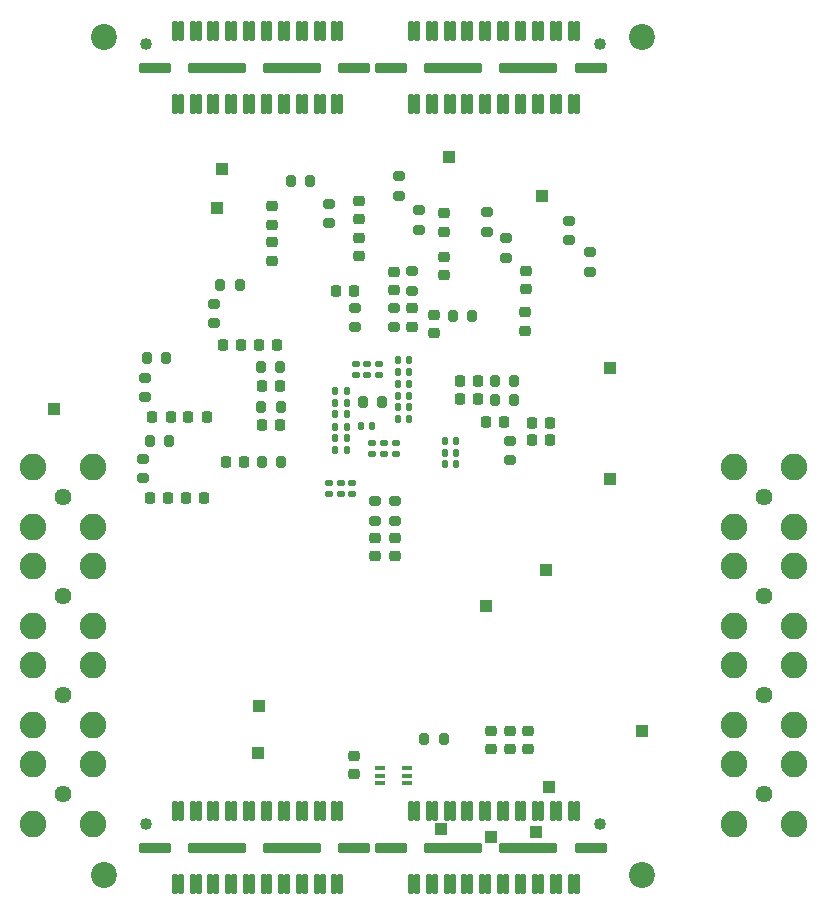
<source format=gbs>
%TF.GenerationSoftware,KiCad,Pcbnew,8.0.5*%
%TF.CreationDate,2025-03-25T15:29:15-05:00*%
%TF.ProjectId,PSEC5_Board,50534543-355f-4426-9f61-72642e6b6963,rev?*%
%TF.SameCoordinates,Original*%
%TF.FileFunction,Soldermask,Bot*%
%TF.FilePolarity,Negative*%
%FSLAX46Y46*%
G04 Gerber Fmt 4.6, Leading zero omitted, Abs format (unit mm)*
G04 Created by KiCad (PCBNEW 8.0.5) date 2025-03-25 15:29:15*
%MOMM*%
%LPD*%
G01*
G04 APERTURE LIST*
G04 Aperture macros list*
%AMRoundRect*
0 Rectangle with rounded corners*
0 $1 Rounding radius*
0 $2 $3 $4 $5 $6 $7 $8 $9 X,Y pos of 4 corners*
0 Add a 4 corners polygon primitive as box body*
4,1,4,$2,$3,$4,$5,$6,$7,$8,$9,$2,$3,0*
0 Add four circle primitives for the rounded corners*
1,1,$1+$1,$2,$3*
1,1,$1+$1,$4,$5*
1,1,$1+$1,$6,$7*
1,1,$1+$1,$8,$9*
0 Add four rect primitives between the rounded corners*
20,1,$1+$1,$2,$3,$4,$5,0*
20,1,$1+$1,$4,$5,$6,$7,0*
20,1,$1+$1,$6,$7,$8,$9,0*
20,1,$1+$1,$8,$9,$2,$3,0*%
G04 Aperture macros list end*
%ADD10R,1.000000X1.000000*%
%ADD11C,1.440000*%
%ADD12C,2.250000*%
%ADD13C,2.200000*%
%ADD14RoundRect,0.140000X0.140000X0.170000X-0.140000X0.170000X-0.140000X-0.170000X0.140000X-0.170000X0*%
%ADD15RoundRect,0.200000X-0.275000X0.200000X-0.275000X-0.200000X0.275000X-0.200000X0.275000X0.200000X0*%
%ADD16RoundRect,0.200000X-0.200000X-0.275000X0.200000X-0.275000X0.200000X0.275000X-0.200000X0.275000X0*%
%ADD17RoundRect,0.225000X-0.225000X-0.250000X0.225000X-0.250000X0.225000X0.250000X-0.225000X0.250000X0*%
%ADD18RoundRect,0.225000X0.250000X-0.225000X0.250000X0.225000X-0.250000X0.225000X-0.250000X-0.225000X0*%
%ADD19RoundRect,0.225000X0.225000X0.250000X-0.225000X0.250000X-0.225000X-0.250000X0.225000X-0.250000X0*%
%ADD20RoundRect,0.225000X-0.250000X0.225000X-0.250000X-0.225000X0.250000X-0.225000X0.250000X0.225000X0*%
%ADD21RoundRect,0.200000X0.200000X0.275000X-0.200000X0.275000X-0.200000X-0.275000X0.200000X-0.275000X0*%
%ADD22C,1.020000*%
%ADD23RoundRect,0.102000X0.150000X0.725000X-0.150000X0.725000X-0.150000X-0.725000X0.150000X-0.725000X0*%
%ADD24RoundRect,0.102000X1.270000X0.320000X-1.270000X0.320000X-1.270000X-0.320000X1.270000X-0.320000X0*%
%ADD25RoundRect,0.102000X2.350000X0.320000X-2.350000X0.320000X-2.350000X-0.320000X2.350000X-0.320000X0*%
%ADD26RoundRect,0.140000X0.170000X-0.140000X0.170000X0.140000X-0.170000X0.140000X-0.170000X-0.140000X0*%
%ADD27RoundRect,0.140000X-0.170000X0.140000X-0.170000X-0.140000X0.170000X-0.140000X0.170000X0.140000X0*%
%ADD28RoundRect,0.140000X-0.140000X-0.170000X0.140000X-0.170000X0.140000X0.170000X-0.140000X0.170000X0*%
%ADD29RoundRect,0.200000X0.275000X-0.200000X0.275000X0.200000X-0.275000X0.200000X-0.275000X-0.200000X0*%
%ADD30R,0.850001X0.399999*%
G04 APERTURE END LIST*
D10*
%TO.C,READCLK*%
X133350000Y-60925000D03*
%TD*%
D11*
%TO.C,J8*%
X120375000Y-85375000D03*
D12*
X122915000Y-82835000D03*
X117835000Y-82835000D03*
X122915000Y-87915000D03*
X117835000Y-87915000D03*
%TD*%
D10*
%TO.C,TP3*%
X156125000Y-94600000D03*
%TD*%
D11*
%TO.C,J11*%
X179700000Y-85375000D03*
D12*
X177160000Y-87915000D03*
X182240000Y-87915000D03*
X177160000Y-82835000D03*
X182240000Y-82835000D03*
%TD*%
D10*
%TO.C,ADC_SDO*%
X156550000Y-114100000D03*
%TD*%
%TO.C,PED1*%
X161275000Y-91550000D03*
%TD*%
%TO.C,ADC_SDI*%
X161500000Y-109950000D03*
%TD*%
%TO.C,THRESH1*%
X166700000Y-83825000D03*
%TD*%
D13*
%TO.C,H3*%
X123825000Y-117400000D03*
%TD*%
D10*
%TO.C,ADC_SDK*%
X160425000Y-113725000D03*
%TD*%
D11*
%TO.C,J2*%
X179700000Y-93765000D03*
D12*
X177160000Y-96305000D03*
X182240000Y-96305000D03*
X177160000Y-91225000D03*
X182240000Y-91225000D03*
%TD*%
D11*
%TO.C,J6*%
X120350000Y-102140000D03*
D12*
X122890000Y-99600000D03*
X117810000Y-99600000D03*
X122890000Y-104680000D03*
X117810000Y-104680000D03*
%TD*%
D13*
%TO.C,H2*%
X169400000Y-46450000D03*
%TD*%
D10*
%TO.C,INTEGRATOR*%
X169350000Y-105125000D03*
%TD*%
%TO.C,CLK_OUT*%
X136900000Y-107025000D03*
%TD*%
%TO.C,TRIGGERIN*%
X119575000Y-77900000D03*
%TD*%
D11*
%TO.C,J5*%
X120350000Y-110490000D03*
D12*
X122890000Y-113030000D03*
X122890000Y-107950000D03*
X117810000Y-113030000D03*
X117810000Y-107950000D03*
%TD*%
D10*
%TO.C,PSEC5_CLK_OUT*%
X136925000Y-103025000D03*
%TD*%
D11*
%TO.C,J4*%
X179695000Y-110490000D03*
D12*
X177155000Y-113030000D03*
X182235000Y-113030000D03*
X177155000Y-107950000D03*
X182235000Y-107950000D03*
%TD*%
D13*
%TO.C,H1*%
X123825000Y-46450000D03*
%TD*%
%TO.C,H4*%
X169400000Y-117400000D03*
%TD*%
D10*
%TO.C,RST*%
X160925000Y-59850000D03*
%TD*%
%TO.C,TRIGGEROUT*%
X133800000Y-57600000D03*
%TD*%
D11*
%TO.C,J7*%
X120360000Y-93765000D03*
D12*
X122900000Y-91225000D03*
X117820000Y-91225000D03*
X122900000Y-96305000D03*
X117820000Y-96305000D03*
%TD*%
D10*
%TO.C,SPICLK*%
X166675000Y-74450000D03*
%TD*%
%TO.C,ADC_CNV*%
X152325000Y-113475000D03*
%TD*%
D11*
%TO.C,J3*%
X179700000Y-102140000D03*
D12*
X177160000Y-104680000D03*
X182240000Y-104680000D03*
X177160000Y-99600000D03*
X182240000Y-99600000D03*
%TD*%
D10*
%TO.C,PICO*%
X153075000Y-56600000D03*
%TD*%
D14*
%TO.C,C113*%
X144375000Y-81350000D03*
X143415000Y-81350000D03*
%TD*%
D15*
%TO.C,R33*%
X148800000Y-58208188D03*
X148800000Y-59858188D03*
%TD*%
D16*
%TO.C,R3*%
X156925000Y-77100000D03*
X158575000Y-77100000D03*
%TD*%
D17*
%TO.C,C76*%
X133883189Y-72501301D03*
X135433189Y-72501301D03*
%TD*%
D18*
%TO.C,R25*%
X156549400Y-106710000D03*
X156549400Y-105160000D03*
%TD*%
D19*
%TO.C,C15*%
X135675000Y-82375000D03*
X134125000Y-82375000D03*
%TD*%
D20*
%TO.C,C64*%
X138050001Y-60733188D03*
X138050001Y-62283188D03*
%TD*%
D14*
%TO.C,C5*%
X153655000Y-80650000D03*
X152695000Y-80650000D03*
%TD*%
D21*
%TO.C,R41*%
X141300001Y-58558188D03*
X139650001Y-58558188D03*
%TD*%
D22*
%TO.C,J1*%
X165823400Y-46972139D03*
X127343400Y-46972139D03*
D23*
X163833400Y-45912139D03*
X163833400Y-52092139D03*
X163333400Y-45912139D03*
X163333400Y-52092139D03*
X162333400Y-45912139D03*
X162333400Y-52092139D03*
X161833400Y-45912139D03*
X161833400Y-52092139D03*
X160833400Y-45912139D03*
X160833400Y-52092139D03*
X160333400Y-45912139D03*
X160333400Y-52092139D03*
X159333400Y-45912139D03*
X159333400Y-52092139D03*
X158833400Y-45912139D03*
X158833400Y-52092139D03*
X157833400Y-45912139D03*
X157833400Y-52092139D03*
X157333400Y-45912139D03*
X157333400Y-52092139D03*
X156333400Y-45912139D03*
X156333400Y-52092139D03*
X155833400Y-45912139D03*
X155833400Y-52092139D03*
X154833400Y-45912139D03*
X154833400Y-52092139D03*
X154333400Y-45912139D03*
X154333400Y-52092139D03*
X153333400Y-45912139D03*
X153333400Y-52092139D03*
X152833400Y-45912139D03*
X152833400Y-52092139D03*
X151833400Y-45912139D03*
X151833400Y-52092139D03*
X151333400Y-45912139D03*
X151333400Y-52092139D03*
X150333400Y-45912139D03*
X150333400Y-52092139D03*
X149833400Y-45912139D03*
X149833400Y-52092139D03*
X143833400Y-45912139D03*
X143833400Y-52092139D03*
X143333400Y-45912139D03*
X143333400Y-52092139D03*
X142333400Y-45912139D03*
X142333400Y-52092139D03*
X141833400Y-45912139D03*
X141833400Y-52092139D03*
X140833400Y-45912139D03*
X140833400Y-52092139D03*
X140333400Y-45912139D03*
X140333400Y-52092139D03*
X139333400Y-45912139D03*
X139333400Y-52092139D03*
X138833400Y-45912139D03*
X138833400Y-52092139D03*
X137833400Y-45912139D03*
X137833400Y-52092139D03*
X137333400Y-45912139D03*
X137333400Y-52092139D03*
X136333400Y-45912139D03*
X136333400Y-52092139D03*
X135833400Y-45912139D03*
X135833400Y-52092139D03*
X134833400Y-45912139D03*
X134833400Y-52092139D03*
X134333400Y-45912139D03*
X134333400Y-52092139D03*
X133333400Y-45912139D03*
X133333400Y-52092139D03*
X132833400Y-45912139D03*
X132833400Y-52092139D03*
X131833400Y-45912139D03*
X131833400Y-52092139D03*
X131333400Y-45912139D03*
X131333400Y-52092139D03*
X130333400Y-45912139D03*
X130333400Y-52092139D03*
X129833400Y-45912139D03*
X129833400Y-52092139D03*
D24*
X165033400Y-49002139D03*
D25*
X159763400Y-49002139D03*
X153413400Y-49002139D03*
D24*
X148143400Y-49002139D03*
X145023400Y-49002139D03*
D25*
X139753400Y-49002139D03*
X133403400Y-49002139D03*
D24*
X128133400Y-49002139D03*
%TD*%
D20*
%TO.C,C57*%
X145400000Y-60308188D03*
X145400000Y-61858188D03*
%TD*%
D26*
%TO.C,C116*%
X147075000Y-75055000D03*
X147075000Y-74095000D03*
%TD*%
D19*
%TO.C,C12*%
X145025000Y-67875000D03*
X143475000Y-67875000D03*
%TD*%
D20*
%TO.C,C18*%
X148500000Y-88825000D03*
X148500000Y-90375000D03*
%TD*%
D27*
%TO.C,C108*%
X146520000Y-80745000D03*
X146520000Y-81705000D03*
%TD*%
D22*
%TO.C,J9*%
X165823400Y-113035000D03*
X127343400Y-113035000D03*
D23*
X163833400Y-111975000D03*
X163833400Y-118155000D03*
X163333400Y-111975000D03*
X163333400Y-118155000D03*
X162333400Y-111975000D03*
X162333400Y-118155000D03*
X161833400Y-111975000D03*
X161833400Y-118155000D03*
X160833400Y-111975000D03*
X160833400Y-118155000D03*
X160333400Y-111975000D03*
X160333400Y-118155000D03*
X159333400Y-111975000D03*
X159333400Y-118155000D03*
X158833400Y-111975000D03*
X158833400Y-118155000D03*
X157833400Y-111975000D03*
X157833400Y-118155000D03*
X157333400Y-111975000D03*
X157333400Y-118155000D03*
X156333400Y-111975000D03*
X156333400Y-118155000D03*
X155833400Y-111975000D03*
X155833400Y-118155000D03*
X154833400Y-111975000D03*
X154833400Y-118155000D03*
X154333400Y-111975000D03*
X154333400Y-118155000D03*
X153333400Y-111975000D03*
X153333400Y-118155000D03*
X152833400Y-111975000D03*
X152833400Y-118155000D03*
X151833400Y-111975000D03*
X151833400Y-118155000D03*
X151333400Y-111975000D03*
X151333400Y-118155000D03*
X150333400Y-111975000D03*
X150333400Y-118155000D03*
X149833400Y-111975000D03*
X149833400Y-118155000D03*
X143833400Y-111975000D03*
X143833400Y-118155000D03*
X143333400Y-111975000D03*
X143333400Y-118155000D03*
X142333400Y-111975000D03*
X142333400Y-118155000D03*
X141833400Y-111975000D03*
X141833400Y-118155000D03*
X140833400Y-111975000D03*
X140833400Y-118155000D03*
X140333400Y-111975000D03*
X140333400Y-118155000D03*
X139333400Y-111975000D03*
X139333400Y-118155000D03*
X138833400Y-111975000D03*
X138833400Y-118155000D03*
X137833400Y-111975000D03*
X137833400Y-118155000D03*
X137333400Y-111975000D03*
X137333400Y-118155000D03*
X136333400Y-111975000D03*
X136333400Y-118155000D03*
X135833400Y-111975000D03*
X135833400Y-118155000D03*
X134833400Y-111975000D03*
X134833400Y-118155000D03*
X134333400Y-111975000D03*
X134333400Y-118155000D03*
X133333400Y-111975000D03*
X133333400Y-118155000D03*
X132833400Y-111975000D03*
X132833400Y-118155000D03*
X131833400Y-111975000D03*
X131833400Y-118155000D03*
X131333400Y-111975000D03*
X131333400Y-118155000D03*
X130333400Y-111975000D03*
X130333400Y-118155000D03*
X129833400Y-111975000D03*
X129833400Y-118155000D03*
D24*
X165033400Y-115065000D03*
D25*
X159763400Y-115065000D03*
X153413400Y-115065000D03*
D24*
X148143400Y-115065000D03*
X145023400Y-115065000D03*
D25*
X139753400Y-115065000D03*
X133403400Y-115065000D03*
D24*
X128133400Y-115065000D03*
%TD*%
D18*
%TO.C,C11*%
X148350000Y-67825000D03*
X148350000Y-66275000D03*
%TD*%
D14*
%TO.C,C111*%
X144375000Y-79400000D03*
X143415000Y-79400000D03*
%TD*%
D28*
%TO.C,C99*%
X148720000Y-78725000D03*
X149680000Y-78725000D03*
%TD*%
D19*
%TO.C,C14*%
X138725000Y-79275000D03*
X137175000Y-79275000D03*
%TD*%
D29*
%TO.C,R57*%
X164950000Y-66300000D03*
X164950000Y-64650000D03*
%TD*%
D26*
%TO.C,C114*%
X146100000Y-75055000D03*
X146100000Y-74095000D03*
%TD*%
D21*
%TO.C,R9*%
X138825000Y-82375000D03*
X137175000Y-82375000D03*
%TD*%
D18*
%TO.C,C63*%
X138050001Y-65333188D03*
X138050001Y-63783188D03*
%TD*%
D17*
%TO.C,C9*%
X153950000Y-77075000D03*
X155500000Y-77075000D03*
%TD*%
D26*
%TO.C,C97*%
X144850000Y-85105000D03*
X144850000Y-84145000D03*
%TD*%
%TO.C,C98*%
X143870000Y-85110000D03*
X143870000Y-84150000D03*
%TD*%
D21*
%TO.C,R79*%
X147375000Y-77275000D03*
X145725000Y-77275000D03*
%TD*%
%TO.C,R7*%
X138725000Y-74350000D03*
X137075000Y-74350000D03*
%TD*%
D19*
%TO.C,C80*%
X132509444Y-78574999D03*
X130959444Y-78574999D03*
%TD*%
D18*
%TO.C,C50*%
X152600000Y-62885700D03*
X152600000Y-61335700D03*
%TD*%
D29*
%TO.C,R63*%
X150475000Y-62708188D03*
X150475000Y-61058188D03*
%TD*%
D20*
%TO.C,C19*%
X146800000Y-88800000D03*
X146800000Y-90350000D03*
%TD*%
D29*
%TO.C,R61*%
X157875000Y-65110700D03*
X157875000Y-63460700D03*
%TD*%
D28*
%TO.C,C100*%
X148720000Y-77750000D03*
X149680000Y-77750000D03*
%TD*%
D26*
%TO.C,C115*%
X145125000Y-75055000D03*
X145125000Y-74095000D03*
%TD*%
D16*
%TO.C,R11*%
X153350000Y-70050000D03*
X155000000Y-70050000D03*
%TD*%
D15*
%TO.C,R53*%
X127164300Y-82125000D03*
X127164300Y-83775000D03*
%TD*%
D18*
%TO.C,C17*%
X151800000Y-71500000D03*
X151800000Y-69950000D03*
%TD*%
D17*
%TO.C,C89*%
X127714300Y-85475000D03*
X129264300Y-85475000D03*
%TD*%
D19*
%TO.C,C13*%
X138725000Y-75925000D03*
X137175000Y-75925000D03*
%TD*%
D29*
%TO.C,R5*%
X148350000Y-70975000D03*
X148350000Y-69325000D03*
%TD*%
D16*
%TO.C,R67*%
X133658189Y-67376301D03*
X135308189Y-67376301D03*
%TD*%
D19*
%TO.C,C88*%
X132289300Y-85475000D03*
X130739300Y-85475000D03*
%TD*%
D15*
%TO.C,R49*%
X127309444Y-75274999D03*
X127309444Y-76924999D03*
%TD*%
D18*
%TO.C,C4*%
X158229400Y-106710000D03*
X158229400Y-105160000D03*
%TD*%
D16*
%TO.C,R71*%
X127689300Y-80650000D03*
X129339300Y-80650000D03*
%TD*%
D14*
%TO.C,C105*%
X144380000Y-76375000D03*
X143420000Y-76375000D03*
%TD*%
D28*
%TO.C,C101*%
X148720000Y-76775000D03*
X149680000Y-76775000D03*
%TD*%
D15*
%TO.C,R45*%
X133133189Y-68976301D03*
X133133189Y-70626301D03*
%TD*%
D20*
%TO.C,C34*%
X159729400Y-105150000D03*
X159729400Y-106700000D03*
%TD*%
D17*
%TO.C,C44*%
X160075000Y-80550000D03*
X161625000Y-80550000D03*
%TD*%
D18*
%TO.C,C49*%
X152625000Y-66585700D03*
X152625000Y-65035700D03*
%TD*%
D15*
%TO.C,R12*%
X148500000Y-85725000D03*
X148500000Y-87375000D03*
%TD*%
D17*
%TO.C,C73*%
X156150000Y-79000000D03*
X157700000Y-79000000D03*
%TD*%
D26*
%TO.C,C95*%
X142875000Y-85105000D03*
X142875000Y-84145000D03*
%TD*%
D20*
%TO.C,C55*%
X145400000Y-63408188D03*
X145400000Y-64958188D03*
%TD*%
%TO.C,C40*%
X159498699Y-69725000D03*
X159498699Y-71275000D03*
%TD*%
D29*
%TO.C,R20*%
X158225000Y-82225000D03*
X158225000Y-80575000D03*
%TD*%
D15*
%TO.C,R16*%
X142900001Y-60533188D03*
X142900001Y-62183188D03*
%TD*%
D28*
%TO.C,C120*%
X145595000Y-79375000D03*
X146555000Y-79375000D03*
%TD*%
D16*
%TO.C,R69*%
X127434444Y-73549999D03*
X129084444Y-73549999D03*
%TD*%
D21*
%TO.C,R8*%
X138775000Y-77775000D03*
X137125000Y-77775000D03*
%TD*%
D17*
%TO.C,C43*%
X160075000Y-79050000D03*
X161625000Y-79050000D03*
%TD*%
D30*
%TO.C,U3*%
X149450000Y-108300000D03*
X149450000Y-108950001D03*
X149450000Y-109600000D03*
X147199999Y-109600000D03*
X147199999Y-108950001D03*
X147199999Y-108300000D03*
%TD*%
D28*
%TO.C,C117*%
X148720000Y-75755000D03*
X149680000Y-75755000D03*
%TD*%
D27*
%TO.C,C110*%
X148570000Y-80745000D03*
X148570000Y-81705000D03*
%TD*%
D29*
%TO.C,R10*%
X149925000Y-67875000D03*
X149925000Y-66225000D03*
%TD*%
D16*
%TO.C,R65*%
X150929400Y-105850000D03*
X152579400Y-105850000D03*
%TD*%
D14*
%TO.C,C106*%
X144380000Y-77370000D03*
X143420000Y-77370000D03*
%TD*%
D16*
%TO.C,R4*%
X156925000Y-75550000D03*
X158575000Y-75550000D03*
%TD*%
D18*
%TO.C,C16*%
X149925000Y-70925000D03*
X149925000Y-69375000D03*
%TD*%
D29*
%TO.C,R6*%
X145050000Y-71000000D03*
X145050000Y-69350000D03*
%TD*%
D17*
%TO.C,C10*%
X153950000Y-75550000D03*
X155500000Y-75550000D03*
%TD*%
D15*
%TO.C,R29*%
X156275000Y-61260700D03*
X156275000Y-62910700D03*
%TD*%
D14*
%TO.C,C96*%
X153655000Y-82600000D03*
X152695000Y-82600000D03*
%TD*%
D18*
%TO.C,C42*%
X159548699Y-67750000D03*
X159548699Y-66200000D03*
%TD*%
D14*
%TO.C,C102*%
X153655000Y-81625000D03*
X152695000Y-81625000D03*
%TD*%
%TO.C,C107*%
X144380000Y-78350000D03*
X143420000Y-78350000D03*
%TD*%
D28*
%TO.C,C119*%
X148720000Y-73780000D03*
X149680000Y-73780000D03*
%TD*%
%TO.C,C118*%
X148720000Y-74775000D03*
X149680000Y-74775000D03*
%TD*%
D20*
%TO.C,C91*%
X145025000Y-107250000D03*
X145025000Y-108800000D03*
%TD*%
D14*
%TO.C,C112*%
X144370000Y-80375000D03*
X143410000Y-80375000D03*
%TD*%
D17*
%TO.C,C82*%
X127909444Y-78574999D03*
X129459444Y-78574999D03*
%TD*%
D27*
%TO.C,C109*%
X147525000Y-80745000D03*
X147525000Y-81705000D03*
%TD*%
D15*
%TO.C,R13*%
X146775000Y-85725000D03*
X146775000Y-87375000D03*
%TD*%
D19*
%TO.C,C71*%
X138458189Y-72501301D03*
X136908189Y-72501301D03*
%TD*%
D15*
%TO.C,R24*%
X163223699Y-61975000D03*
X163223699Y-63625000D03*
%TD*%
M02*

</source>
